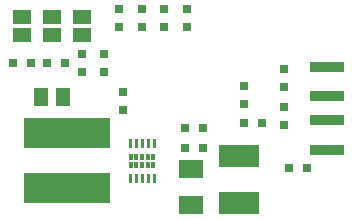
<source format=gtp>
G75*
G70*
%OFA0B0*%
%FSLAX24Y24*%
%IPPOS*%
%LPD*%
%AMOC8*
5,1,8,0,0,1.08239X$1,22.5*
%
%ADD10R,0.0512X0.0591*%
%ADD11R,0.0300X0.0300*%
%ADD12R,0.0787X0.0591*%
%ADD13R,0.1181X0.0354*%
%ADD14R,0.2874X0.1043*%
%ADD15R,0.1339X0.0748*%
%ADD16R,0.0630X0.0460*%
%ADD17C,0.0039*%
%ADD18R,0.0118X0.0197*%
D10*
X002556Y004644D03*
X003304Y004644D03*
D11*
X003930Y005469D03*
X003355Y005769D03*
X002755Y005769D03*
X002230Y005769D03*
X001630Y005769D03*
X003930Y006069D03*
X004680Y006069D03*
X004680Y005469D03*
X005305Y004819D03*
X005305Y004219D03*
X007380Y003613D03*
X007980Y003613D03*
X009318Y003769D03*
X009918Y003769D03*
X010680Y003719D03*
X010680Y004319D03*
X010680Y004969D03*
X010680Y005569D03*
X009336Y005006D03*
X009336Y004406D03*
X007974Y002956D03*
X007374Y002956D03*
X010818Y002269D03*
X011418Y002269D03*
X007430Y006969D03*
X006680Y006969D03*
X005930Y006969D03*
X005180Y006969D03*
X005180Y007569D03*
X005930Y007569D03*
X006680Y007569D03*
X007430Y007569D03*
D12*
X007555Y002234D03*
X007555Y001053D03*
D13*
X012091Y002891D03*
X012091Y003875D03*
X012091Y004662D03*
X012091Y005647D03*
D14*
X003430Y001603D03*
X003430Y003434D03*
D15*
X009180Y002661D03*
X009180Y001126D03*
D16*
X003930Y006719D03*
X002930Y006719D03*
X001930Y006719D03*
X001930Y007319D03*
X002930Y007319D03*
X003930Y007319D03*
D17*
X005509Y003235D02*
X005509Y002964D01*
X005536Y002964D01*
X005536Y003235D01*
X005509Y003235D02*
X005564Y003235D01*
X005564Y002964D01*
X005536Y002964D01*
X005706Y002964D02*
X005706Y003235D01*
X005761Y003235D01*
X005761Y002964D01*
X005733Y002964D01*
X005733Y003235D01*
X005902Y003235D02*
X005902Y002964D01*
X005930Y002964D01*
X005930Y003235D01*
X005958Y003235D02*
X005958Y002964D01*
X005930Y002964D01*
X006099Y002964D02*
X006099Y003235D01*
X006154Y003235D01*
X006154Y002964D01*
X006127Y002964D01*
X006127Y003235D01*
X006296Y003235D02*
X006296Y002964D01*
X006324Y002964D01*
X006324Y003235D01*
X006351Y003235D02*
X006351Y002964D01*
X006324Y002964D01*
X006127Y002964D02*
X006099Y002964D01*
X005733Y002964D02*
X005706Y002964D01*
X005902Y003235D02*
X005958Y003235D01*
X006296Y003235D02*
X006351Y003235D01*
X006351Y002074D02*
X006351Y001802D01*
X006324Y001802D01*
X006324Y002074D01*
X006351Y002074D02*
X006296Y002074D01*
X006296Y001802D01*
X006324Y001802D01*
X006154Y001802D02*
X006127Y001802D01*
X006127Y002074D01*
X006154Y002074D02*
X006154Y001802D01*
X006127Y001802D02*
X006099Y001802D01*
X006099Y002074D01*
X006154Y002074D01*
X005958Y002074D02*
X005958Y001802D01*
X005930Y001802D01*
X005930Y002074D01*
X005902Y002074D02*
X005902Y001802D01*
X005930Y001802D01*
X005761Y001802D02*
X005733Y001802D01*
X005733Y002074D01*
X005706Y002074D02*
X005706Y001802D01*
X005733Y001802D01*
X005761Y001802D02*
X005761Y002074D01*
X005706Y002074D01*
X005564Y002074D02*
X005564Y001802D01*
X005536Y001802D01*
X005536Y002074D01*
X005509Y002074D02*
X005509Y001802D01*
X005536Y001802D01*
X005509Y002074D02*
X005564Y002074D01*
X005902Y002074D02*
X005958Y002074D01*
D18*
X005930Y002381D03*
X005733Y002381D03*
X005556Y002381D03*
X005556Y002657D03*
X005733Y002657D03*
X005930Y002657D03*
X006127Y002657D03*
X006304Y002657D03*
X006304Y002381D03*
X006127Y002381D03*
M02*

</source>
